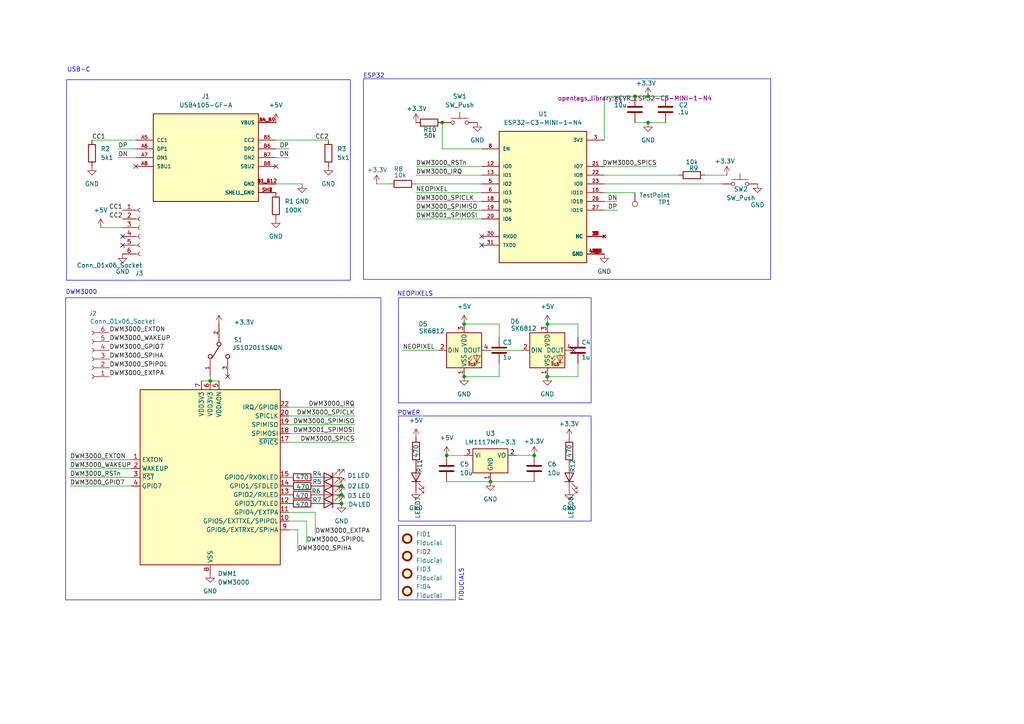
<source format=kicad_sch>
(kicad_sch (version 20231120) (generator "eeschema") (generator_version "8.0")
  (paper "A4")
  (title_block (title "Opentags Hardware Dev Module") (date "2024-04-04") (rev "1.1") (company "Opentags") (comment 1 "Ben Stirling"))
  (lib_symbols
    (symbol "Connector:Conn_01x06_Socket" (pin_names (offset 1.016) hide)
      (property "Reference" "J" (at 0 7.62 0))
      (property "Value" "Conn_01x06_Socket" (at 0 -10.16 0))
      (symbol "Conn_01x06_Socket_1_1"
        (arc (start 0 -7.112) (mid -0.5058 -7.62) (end 0 -8.128) (stroke (width 0.1524)))
        (arc (start 0 -4.572) (mid -0.5058 -5.08) (end 0 -5.588) (stroke (width 0.1524)))
        (arc (start 0 -2.032) (mid -0.5058 -2.54) (end 0 -3.048) (stroke (width 0.1524)))
        (polyline (pts (xy -1.27 -7.62) (xy -0.508 -7.62)) (stroke (width 0.1524)))
        (polyline (pts (xy -1.27 -5.08) (xy -0.508 -5.08)) (stroke (width 0.1524)))
        (polyline (pts (xy -1.27 -2.54) (xy -0.508 -2.54)) (stroke (width 0.1524)))
        (polyline (pts (xy -1.27 0) (xy -0.508 0)) (stroke (width 0.1524)))
        (polyline (pts (xy -1.27 2.54) (xy -0.508 2.54)) (stroke (width 0.1524)))
        (polyline (pts (xy -1.27 5.08) (xy -0.508 5.08)) (stroke (width 0.1524)))
        (arc (start 0 0.508) (mid -0.5058 0) (end 0 -0.508) (stroke (width 0.1524)))
        (arc (start 0 3.048) (mid -0.5058 2.54) (end 0 2.032) (stroke (width 0.1524)))
        (arc (start 0 5.588) (mid -0.5058 5.08) (end 0 4.572) (stroke (width 0.1524)))
        (pin passive line (at -5.08 5.08 0) (length 3.81) (name "Pin_1") (number "1"))
        (pin passive line (at -5.08 2.54 0) (length 3.81) (name "Pin_2") (number "2"))
        (pin passive line (at -5.08 0 0) (length 3.81) (name "Pin_3") (number "3"))
        (pin passive line (at -5.08 -2.54 0) (length 3.81) (name "Pin_4") (number "4"))
        (pin passive line (at -5.08 -5.08 0) (length 3.81) (name "Pin_5") (number "5"))
        (pin passive line (at -5.08 -7.62 0) (length 3.81) (name "Pin_6") (number "6"))
      )
    )
    (symbol "Connector:TestPoint" (pin_numbers hide) (pin_names (offset 0.762) hide)
      (property "Reference" "TP" (at 0 6.858 0))
      (property "Value" "TestPoint" (at 0 5.08 0))
      (symbol "TestPoint_0_1"
        (circle (center 0 3.302) (radius 0.762))
      )
      (symbol "TestPoint_1_1"
        (pin passive line (at 0 0 90) (length 2.54) (name "1") (number "1"))
      )
    )
    (symbol "Device:C" (pin_numbers hide) (pin_names (offset 0.254))
      (property "Reference" "C" (at 0.635 2.54 0))
      (property "Value" "C" (at 0.635 -2.54 0))
      (symbol "C_0_1"
        (polyline (pts (xy -2.032 -0.762) (xy 2.032 -0.762)) (stroke (width 0.508)))
        (polyline (pts (xy -2.032 0.762) (xy 2.032 0.762)) (stroke (width 0.508)))
      )
      (symbol "C_1_1"
        (pin passive line (at 0 3.81 270) (length 2.794) (name "~") (number "1"))
        (pin passive line (at 0 -3.81 90) (length 2.794) (name "~") (number "2"))
      )
    )
    (symbol "Device:LED" (pin_numbers hide) (pin_names (offset 1.016) hide)
      (property "Reference" "D" (at 0 2.54 0))
      (property "Value" "LED" (at 0 -2.54 0))
      (symbol "LED_0_1"
        (polyline (pts (xy -1.27 -1.27) (xy -1.27 1.27)) (stroke (width 0.254)))
        (polyline (pts (xy -1.27 0) (xy 1.27 0)))
        (polyline (pts (xy 1.27 -1.27) (xy 1.27 1.27) (xy -1.27 0) (xy 1.27 -1.27)) (stroke (width 0.254)))
        (polyline (pts (xy -3.048 -0.762) (xy -4.572 -2.286) (xy -3.81 -2.286) (xy -4.572 -2.286) (xy -4.572 -1.524)))
        (polyline (pts (xy -1.778 -0.762) (xy -3.302 -2.286) (xy -2.54 -2.286) (xy -3.302 -2.286) (xy -3.302 -1.524)))
      )
      (symbol "LED_1_1"
        (pin passive line (at -3.81 0 0) (length 2.54) (name "K") (number "1"))
        (pin passive line (at 3.81 0 180) (length 2.54) (name "A") (number "2"))
      )
    )
    (symbol "Device:R" (pin_numbers hide) (pin_names (offset 0))
      (property "Reference" "R" (at 2.032 0 90))
      (property "Value" "R" (at 0 0 90))
      (symbol "R_0_1"
        (rectangle (start -1.016 -2.54) (end 1.016 2.54) (stroke (width 0.254)))
      )
      (symbol "R_1_1"
        (pin passive line (at 0 3.81 270) (length 1.27) (name "~") (number "1"))
        (pin passive line (at 0 -3.81 90) (length 1.27) (name "~") (number "2"))
      )
    )
    (symbol "LED:SK6812" (pin_names (offset 0.254))
      (property "Reference" "D" (at 5.08 5.715 0))
      (property "Value" "SK6812" (at 1.27 -5.715 0))
      (symbol "SK6812_0_0"
        (text "RGB" (at 2.286 -4.191 0) (effects (font (size 0.762 0.762))))
      )
      (symbol "SK6812_0_1"
        (polyline (pts (xy 1.27 -3.556) (xy 1.778 -3.556)))
        (polyline (pts (xy 1.27 -2.54) (xy 1.778 -2.54)))
        (polyline (pts (xy 4.699 -3.556) (xy 2.667 -3.556)))
        (polyline (pts (xy 2.286 -2.54) (xy 1.27 -3.556) (xy 1.27 -3.048)))
        (polyline (pts (xy 2.286 -1.524) (xy 1.27 -2.54) (xy 1.27 -2.032)))
        (polyline (pts (xy 3.683 -1.016) (xy 3.683 -3.556) (xy 3.683 -4.064)))
        (polyline (pts (xy 4.699 -1.524) (xy 2.667 -1.524) (xy 3.683 -3.556) (xy 4.699 -1.524)))
        (rectangle (start 5.08 5.08) (end -5.08 -5.08) (stroke (width 0.254)) (fill (type background)))
      )
      (symbol "SK6812_1_1"
        (pin power_in line (at 0 -7.62 90) (length 2.54) (name "VSS") (number "1"))
        (pin input line (at -7.62 0 0) (length 2.54) (name "DIN") (number "2"))
        (pin power_in line (at 0 7.62 270) (length 2.54) (name "VDD") (number "3"))
        (pin output line (at 7.62 0 180) (length 2.54) (name "DOUT") (number "4"))
      )
    )
    (symbol "Mechanical:Fiducial" (exclude_from_sim yes) (in_bom no)
      (property "Reference" "FID" (at 0 5.08 0))
      (property "Value" "Fiducial" (at 0 3.175 0))
      (symbol "Fiducial_0_1"
        (circle (center 0 0) (radius 1.27) (stroke (width 0.508)) (fill (type background)))
      )
    )
    (symbol "RF_Module:DWM3000"
      (property "Reference" "DWM" (at 7.62 25.4 0))
      (property "Value" "DWM3000" (at 1.27 3.81 0))
      (symbol "DWM3000_0_1"
        (rectangle (start -20.32 25.4) (end 20.32 -25.4) (stroke (width 0.254)) (fill (type background)))
      )
      (symbol "DWM3000_1_1"
        (pin output line (at -22.86 5.08 0) (length 2.54) (name "EXTON") (number "1"))
        (pin bidirectional line (at 22.86 -12.7 180) (length 2.54) (name "GPIO5/EXTTXE/SPIPOL") (number "10"))
        (pin bidirectional line (at 22.86 -10.16 180) (length 2.54) (name "GPIO4/EXTPA") (number "11"))
        (pin bidirectional line (at 22.86 -7.62 180) (length 2.54) (name "GPIO3/TXLED") (number "12"))
        (pin bidirectional line (at 22.86 -5.08 180) (length 2.54) (name "GPIO2/RXLED") (number "13"))
        (pin bidirectional line (at 22.86 -2.54 180) (length 2.54) (name "GPIO1/SFDLED") (number "14"))
        (pin bidirectional line (at 22.86 0 180) (length 2.54) (name "GPIO0/RXOKLED") (number "15"))
        (pin passive line (at 0 -27.94 90) (length 2.54) hide (name "VSS") (number "16"))
        (pin input line (at 22.86 10.16 180) (length 2.54) (name "~{SPICS}") (number "17"))
        (pin input line (at 22.86 12.7 180) (length 2.54) (name "SPIMOSI") (number "18"))
        (pin output line (at 22.86 15.24 180) (length 2.54) (name "SPIMISO") (number "19"))
        (pin bidirectional line (at -22.86 2.54 0) (length 2.54) (name "WAKEUP") (number "2"))
        (pin input line (at 22.86 17.78 180) (length 2.54) (name "SPICLK") (number "20"))
        (pin passive line (at 0 -27.94 90) (length 2.54) hide (name "VSS") (number "21"))
        (pin bidirectional line (at 22.86 20.32 180) (length 2.54) (name "IRQ/GPIO8") (number "22"))
        (pin passive line (at 0 -27.94 90) (length 2.54) hide (name "VSS") (number "23"))
        (pin passive line (at 0 -27.94 90) (length 2.54) hide (name "VSS") (number "24"))
        (pin bidirectional line (at -22.86 0 0) (length 2.54) (name "~{RST}") (number "3"))
        (pin bidirectional line (at -22.86 -2.54 0) (length 2.54) (name "GPIO7") (number "4"))
        (pin power_in line (at 2.54 27.94 270) (length 2.54) (name "VDDAON") (number "5"))
        (pin power_in line (at 0 27.94 270) (length 2.54) (name "VDD3V3") (number "6"))
        (pin power_in line (at -2.54 27.94 270) (length 2.54) (name "VDD3V3") (number "7"))
        (pin power_in line (at 0 -27.94 90) (length 2.54) (name "VSS") (number "8"))
        (pin bidirectional line (at 22.86 -15.24 180) (length 2.54) (name "GPIO6/EXTRXE/SPIHA") (number "9"))
      )
    )
    (symbol "Regulator_Linear:LM1117MP-3.3"
      (property "Reference" "U" (at -3.81 3.175 0))
      (property "Value" "LM1117MP-3.3" (at 0 3.175 0))
      (symbol "LM1117MP-3.3_0_1"
        (rectangle (start -5.08 -5.08) (end 5.08 1.905) (stroke (width 0.254)) (fill (type background)))
      )
      (symbol "LM1117MP-3.3_1_1"
        (pin power_in line (at 0 -7.62 90) (length 2.54) (name "GND") (number "1"))
        (pin power_out line (at 7.62 0 180) (length 2.54) (name "VO") (number "2"))
        (pin power_in line (at -7.62 0 0) (length 2.54) (name "VI") (number "3"))
      )
    )
    (symbol "Switch:SW_Push" (pin_numbers hide) (pin_names (offset 1.016) hide)
      (property "Reference" "SW" (at 1.27 2.54 0))
      (property "Value" "SW_Push" (at 0 -1.524 0))
      (symbol "SW_Push_0_1"
        (circle (center -2.032 0) (radius 0.508))
        (polyline (pts (xy 0 1.27) (xy 0 3.048)))
        (polyline (pts (xy 2.54 1.27) (xy -2.54 1.27)))
        (circle (center 2.032 0) (radius 0.508))
        (pin passive line (at -5.08 0 0) (length 2.54) (name "1") (number "1"))
        (pin passive line (at 5.08 0 180) (length 2.54) (name "2") (number "2"))
      )
    )
    (symbol "opentags_library:ESP32-C3-MINI-1-N4" (pin_names (offset 1.016))
      (property "Reference" "U" (at -12.7 18.796 0))
      (property "Value" "ESP32-C3-MINI-1-N4" (at -12.7 -22.86 0))
      (symbol "ESP32-C3-MINI-1-N4_0_0"
        (rectangle (start -12.7 -20.32) (end 12.7 17.78) (stroke (width 0.254)) (fill (type background)))
        (pin power_in line (at 17.78 -17.78 180) (length 5.08) (name "GND") (number "1"))
        (pin no_connect line (at 17.78 -12.7 180) (length 5.08) (name "NC") (number "10"))
        (pin power_in line (at 17.78 -17.78 180) (length 5.08) (name "GND") (number "11"))
        (pin bidirectional line (at -17.78 7.62 0) (length 5.08) (name "IO0") (number "12"))
        (pin bidirectional line (at -17.78 5.08 0) (length 5.08) (name "IO1") (number "13"))
        (pin power_in line (at 17.78 -17.78 180) (length 5.08) (name "GND") (number "14"))
        (pin no_connect line (at 17.78 -12.7 180) (length 5.08) (name "NC") (number "15"))
        (pin bidirectional line (at 17.78 0 180) (length 5.08) (name "IO10") (number "16"))
        (pin no_connect line (at 17.78 -12.7 180) (length 5.08) (name "NC") (number "17"))
        (pin bidirectional line (at -17.78 -2.54 0) (length 5.08) (name "IO4") (number "18"))
        (pin bidirectional line (at -17.78 -5.08 0) (length 5.08) (name "IO5") (number "19"))
        (pin power_in line (at 17.78 -17.78 180) (length 5.08) (name "GND") (number "2"))
        (pin bidirectional line (at -17.78 -7.62 0) (length 5.08) (name "IO6") (number "20"))
        (pin bidirectional line (at 17.78 7.62 180) (length 5.08) (name "IO7") (number "21"))
        (pin bidirectional line (at 17.78 5.08 180) (length 5.08) (name "IO8") (number "22"))
        (pin bidirectional line (at 17.78 2.54 180) (length 5.08) (name "IO9") (number "23"))
        (pin no_connect line (at 17.78 -12.7 180) (length 5.08) (name "NC") (number "24"))
        (pin no_connect line (at 17.78 -12.7 180) (length 5.08) (name "NC") (number "25"))
        (pin bidirectional line (at 17.78 -2.54 180) (length 5.08) (name "IO18") (number "26"))
        (pin bidirectional line (at 17.78 -5.08 180) (length 5.08) (name "IO19") (number "27"))
        (pin no_connect line (at 17.78 -12.7 180) (length 5.08) (name "NC") (number "28"))
        (pin no_connect line (at 17.78 -12.7 180) (length 5.08) (name "NC") (number "29"))
        (pin power_in line (at 17.78 15.24 180) (length 5.08) (name "3V3") (number "3"))
        (pin bidirectional line (at -17.78 -12.7 0) (length 5.08) (name "RXD0") (number "30"))
        (pin bidirectional line (at -17.78 -15.24 0) (length 5.08) (name "TXD0") (number "31"))
        (pin no_connect line (at 17.78 -12.7 180) (length 5.08) (name "NC") (number "32"))
        (pin no_connect line (at 17.78 -12.7 180) (length 5.08) (name "NC") (number "33"))
        (pin no_connect line (at 17.78 -12.7 180) (length 5.08) (name "NC") (number "34"))
        (pin no_connect line (at 17.78 -12.7 180) (length 5.08) (name "NC") (number "35"))
        (pin power_in line (at 17.78 -17.78 180) (length 5.08) (name "GND") (number "36"))
        (pin power_in line (at 17.78 -17.78 180) (length 5.08) (name "GND") (number "37"))
        (pin power_in line (at 17.78 -17.78 180) (length 5.08) (name "GND") (number "38"))
        (pin power_in line (at 17.78 -17.78 180) (length 5.08) (name "GND") (number "39"))
        (pin no_connect line (at 17.78 -12.7 180) (length 5.08) (name "NC") (number "4"))
        (pin power_in line (at 17.78 -17.78 180) (length 5.08) (name "GND") (number "40"))
        (pin power_in line (at 17.78 -17.78 180) (length 5.08) (name "GND") (number "41"))
        (pin power_in line (at 17.78 -17.78 180) (length 5.08) (name "GND") (number "42"))
        (pin power_in line (at 17.78 -17.78 180) (length 5.08) (name "GND") (number "43"))
        (pin power_in line (at 17.78 -17.78 180) (length 5.08) (name "GND") (number "44"))
        (pin power_in line (at 17.78 -17.78 180) (length 5.08) (name "GND") (number "45"))
        (pin power_in line (at 17.78 -17.78 180) (length 5.08) (name "GND") (number "46"))
        (pin power_in line (at 17.78 -17.78 180) (length 5.08) (name "GND") (number "47"))
        (pin power_in line (at 17.78 -17.78 180) (length 5.08) (name "GND") (number "48"))
        (pin power_in line (at 17.78 -17.78 180) (length 5.08) (name "GND") (number "49_1"))
        (pin power_in line (at 17.78 -17.78 180) (length 5.08) (name "GND") (number "49_2"))
        (pin power_in line (at 17.78 -17.78 180) (length 5.08) (name "GND") (number "49_3"))
        (pin power_in line (at 17.78 -17.78 180) (length 5.08) (name "GND") (number "49_4"))
        (pin power_in line (at 17.78 -17.78 180) (length 5.08) (name "GND") (number "49_5"))
        (pin power_in line (at 17.78 -17.78 180) (length 5.08) (name "GND") (number "49_6"))
        (pin power_in line (at 17.78 -17.78 180) (length 5.08) (name "GND") (number "49_7"))
        (pin power_in line (at 17.78 -17.78 180) (length 5.08) (name "GND") (number "49_8"))
        (pin power_in line (at 17.78 -17.78 180) (length 5.08) (name "GND") (number "49_9"))
        (pin bidirectional line (at -17.78 2.54 0) (length 5.08) (name "IO2") (number "5"))
        (pin power_in line (at 17.78 -17.78 180) (length 5.08) (name "GND") (number "50"))
        (pin power_in line (at 17.78 -17.78 180) (length 5.08) (name "GND") (number "51"))
        (pin power_in line (at 17.78 -17.78 180) (length 5.08) (name "GND") (number "52"))
        (pin power_in line (at 17.78 -17.78 180) (length 5.08) (name "GND") (number "53"))
        (pin bidirectional line (at -17.78 0 0) (length 5.08) (name "IO3") (number "6"))
        (pin no_connect line (at 17.78 -12.7 180) (length 5.08) (name "NC") (number "7"))
        (pin input line (at -17.78 12.7 0) (length 5.08) (name "EN") (number "8"))
        (pin no_connect line (at 17.78 -12.7 180) (length 5.08) (name "NC") (number "9"))
      )
    )
    (symbol "opentags_library:JS102011SAQN" (pin_names (offset 1.016))
      (property "Reference" "S" (at -7.6229 5.0819 0))
      (property "Value" "JS102011SAQN" (at -7.6286 -5.0857 0))
      (symbol "JS102011SAQN_0_0"
        (circle (center -1.778 -2.54) (radius 0.568) (stroke (width 0.254)))
        (circle (center -1.778 2.54) (radius 0.568) (stroke (width 0.254)))
        (polyline (pts (xy 1.016 0) (xy -2.286 2.032)) (stroke (width 0.254)))
        (circle (center 1.778 0) (radius 0.568) (stroke (width 0.254)))
        (pin passive line (at -7.62 2.54 0) (length 5.08) (name "~") (number "1"))
        (pin passive line (at 7.62 0 180) (length 5.08) (name "~") (number "2"))
        (pin passive line (at -7.62 -2.54 0) (length 5.08) (name "~") (number "3"))
      )
    )
    (symbol "opentags_library:USB4105-GF-A" (pin_names (offset 1.016))
      (property "Reference" "J" (at -15.24 13.97 0))
      (property "Value" "USB4105-GF-A" (at -15.24 -15.24 0))
      (symbol "USB4105-GF-A_0_0"
        (rectangle (start -15.24 -12.7) (end 15.24 12.7) (stroke (width 0.254)) (fill (type background)))
        (pin power_in line (at 20.32 -7.62 180) (length 5.08) (name "GND") (number "A1_B12"))
        (pin power_in line (at 20.32 10.16 180) (length 5.08) (name "VBUS") (number "A4_B9"))
        (pin bidirectional line (at -20.32 5.08 0) (length 5.08) (name "CC1") (number "A5"))
        (pin bidirectional line (at -20.32 2.54 0) (length 5.08) (name "DP1") (number "A6"))
        (pin bidirectional line (at -20.32 0 0) (length 5.08) (name "DN1") (number "A7"))
        (pin bidirectional line (at -20.32 -2.54 0) (length 5.08) (name "SBU1") (number "A8"))
        (pin power_in line (at 20.32 -7.62 180) (length 5.08) (name "GND") (number "B1_A12"))
        (pin power_in line (at 20.32 10.16 180) (length 5.08) (name "VBUS") (number "B4_A9"))
        (pin bidirectional line (at 20.32 5.08 180) (length 5.08) (name "CC2") (number "B5"))
        (pin bidirectional line (at 20.32 2.54 180) (length 5.08) (name "DP2") (number "B6"))
        (pin bidirectional line (at 20.32 0 180) (length 5.08) (name "DN2") (number "B7"))
        (pin bidirectional line (at 20.32 -2.54 180) (length 5.08) (name "SBU2") (number "B8"))
        (pin power_in line (at 20.32 -10.16 180) (length 5.08) (name "SHELL_GND") (number "SH1"))
        (pin power_in line (at 20.32 -10.16 180) (length 5.08) (name "SHELL_GND") (number "SH2"))
        (pin power_in line (at 20.32 -10.16 180) (length 5.08) (name "SHELL_GND") (number "SH3"))
        (pin power_in line (at 20.32 -10.16 180) (length 5.08) (name "SHELL_GND") (number "SH4"))
      )
    )
    (symbol "power:+3.3V" (power) (pin_numbers hide) (pin_names (offset 0) hide)
      (property "Value" "+3.3V" (at 0 3.556 0))
      (symbol "+3.3V_0_1"
        (polyline (pts (xy -0.762 1.27) (xy 0 2.54)))
        (polyline (pts (xy 0 0) (xy 0 2.54)))
        (polyline (pts (xy 0 2.54) (xy 0.762 1.27)))
      )
      (symbol "+3.3V_1_1"
        (pin power_in line (at 0 0 90) (length 0) (name "~") (number "1"))
      )
    )
    (symbol "power:+5V" (power) (pin_numbers hide) (pin_names (offset 0) hide)
      (property "Value" "+5V" (at 0 3.556 0))
      (symbol "+5V_0_1"
        (polyline (pts (xy -0.762 1.27) (xy 0 2.54)))
        (polyline (pts (xy 0 0) (xy 0 2.54)))
        (polyline (pts (xy 0 2.54) (xy 0.762 1.27)))
      )
      (symbol "+5V_1_1"
        (pin power_in line (at 0 0 90) (length 0) (name "~") (number "1"))
      )
    )
    (symbol "power:GND" (power) (pin_numbers hide) (pin_names (offset 0) hide)
      (property "Value" "GND" (at 0 -3.81 0))
      (symbol "GND_0_1"
        (polyline (pts (xy 0 0) (xy 0 -1.27) (xy 1.27 -1.27) (xy 0 -2.54) (xy -1.27 -1.27) (xy 0 -1.27)))
      )
      (symbol "GND_1_1"
        (pin power_in line (at 0 0 270) (length 0) (name "~") (number "1"))
      )
    )
  )
  (junction (at 129.54 132.08))
  (junction (at 154.94 132.08))
  (junction (at 99.06 140.97))
  (junction (at 158.75 109.22))
  (junction (at 99.06 146.05))
  (junction (at 60.96 110.49))
  (junction (at 134.62 93.98))
  (junction (at 99.06 143.51))
  (junction (at 184.15 27.94))
  (junction (at 158.75 93.98))
  (junction (at 134.62 109.22))
  (junction (at 187.96 35.56))
  (junction (at 128.27 35.56))
  (junction (at 142.24 139.7))
  (junction (at 187.96 27.94))
  (no_connect (at 80.01 48.26))
  (no_connect (at 66.04 109.22))
  (no_connect (at 35.56 71.12))
  (no_connect (at 139.7 71.12))
  (no_connect (at 35.56 68.58))
  (no_connect (at 166.37 101.6))
  (no_connect (at 139.7 68.58))
  (no_connect (at 39.37 48.26))
  (wire (pts (xy 20.32 135.89) (xy 38.1 135.89)))
  (wire (pts (xy 179.07 60.96) (xy 175.26 60.96)))
  (wire (pts (xy 142.24 139.7) (xy 154.94 139.7)))
  (wire (pts (xy 167.64 109.22) (xy 158.75 109.22)))
  (wire (pts (xy 144.78 93.98) (xy 134.62 93.98)))
  (wire (pts (xy 129.54 132.08) (xy 134.62 132.08)))
  (wire (pts (xy 175.26 27.94) (xy 175.26 40.64)))
  (wire (pts (xy 91.44 148.59) (xy 83.82 148.59)))
  (wire (pts (xy 116.84 101.6) (xy 127 101.6)))
  (wire (pts (xy 151.13 101.6) (xy 142.24 101.6)))
  (wire (pts (xy 60.96 109.22) (xy 60.96 110.49)))
  (wire (pts (xy 83.82 123.19) (xy 102.87 123.19)))
  (wire (pts (xy 167.64 97.79) (xy 167.64 93.98)))
  (wire (pts (xy 184.15 27.94) (xy 187.96 27.94)))
  (wire (pts (xy 83.82 128.27) (xy 102.87 128.27)))
  (wire (pts (xy 20.32 140.97) (xy 38.1 140.97)))
  (wire (pts (xy 120.65 48.26) (xy 139.7 48.26)))
  (wire (pts (xy 102.87 118.11) (xy 83.82 118.11)))
  (wire (pts (xy 129.54 139.7) (xy 142.24 139.7)))
  (wire (pts (xy 120.65 60.96) (xy 139.7 60.96)))
  (wire (pts (xy 187.96 27.94) (xy 193.04 27.94)))
  (wire (pts (xy 99.06 140.97) (xy 99.06 143.51)))
  (wire (pts (xy 144.78 109.22) (xy 134.62 109.22)))
  (wire (pts (xy 86.36 160.02) (xy 86.36 153.67)))
  (wire (pts (xy 149.86 132.08) (xy 154.94 132.08)))
  (wire (pts (xy 179.07 58.42) (xy 175.26 58.42)))
  (wire (pts (xy 175.26 50.8) (xy 196.85 50.8)))
  (wire (pts (xy 120.65 55.88) (xy 139.7 55.88)))
  (wire (pts (xy 109.22 53.34) (xy 113.03 53.34)))
  (wire (pts (xy 184.15 35.56) (xy 187.96 35.56)))
  (wire (pts (xy 29.21 66.04) (xy 35.56 66.04)))
  (wire (pts (xy 88.9 157.48) (xy 88.9 151.13)))
  (wire (pts (xy 58.42 110.49) (xy 60.96 110.49)))
  (wire (pts (xy 120.65 63.5) (xy 139.7 63.5)))
  (wire (pts (xy 91.44 154.94) (xy 91.44 148.59)))
  (wire (pts (xy 83.82 45.72) (xy 80.01 45.72)))
  (wire (pts (xy 20.32 133.35) (xy 38.1 133.35)))
  (wire (pts (xy 144.78 105.41) (xy 144.78 109.22)))
  (wire (pts (xy 20.32 138.43) (xy 38.1 138.43)))
  (wire (pts (xy 128.27 35.56) (xy 128.27 43.18)))
  (wire (pts (xy 175.26 53.34) (xy 209.55 53.34)))
  (wire (pts (xy 99.06 143.51) (xy 99.06 146.05)))
  (wire (pts (xy 83.82 43.18) (xy 80.01 43.18)))
  (wire (pts (xy 167.64 93.98) (xy 158.75 93.98)))
  (wire (pts (xy 80.01 40.64) (xy 95.25 40.64)))
  (wire (pts (xy 139.7 43.18) (xy 128.27 43.18)))
  (wire (pts (xy 120.65 50.8) (xy 139.7 50.8)))
  (wire (pts (xy 120.65 53.34) (xy 139.7 53.34)))
  (wire (pts (xy 88.9 151.13) (xy 83.82 151.13)))
  (wire (pts (xy 190.5 48.26) (xy 175.26 48.26)))
  (wire (pts (xy 175.26 27.94) (xy 184.15 27.94)))
  (wire (pts (xy 86.36 153.67) (xy 83.82 153.67)))
  (wire (pts (xy 120.65 58.42) (xy 139.7 58.42)))
  (wire (pts (xy 187.96 35.56) (xy 193.04 35.56)))
  (wire (pts (xy 34.29 45.72) (xy 39.37 45.72)))
  (wire (pts (xy 26.67 40.64) (xy 39.37 40.64)))
  (wire (pts (xy 144.78 97.79) (xy 144.78 93.98)))
  (wire (pts (xy 167.64 105.41) (xy 167.64 109.22)))
  (wire (pts (xy 102.87 125.73) (xy 83.82 125.73)))
  (wire (pts (xy 87.63 53.34) (xy 80.01 53.34)))
  (wire (pts (xy 34.29 43.18) (xy 39.37 43.18)))
  (wire (pts (xy 184.15 55.88) (xy 175.26 55.88)))
  (wire (pts (xy 210.82 50.8) (xy 204.47 50.8)))
  (wire (pts (xy 60.96 110.49) (xy 63.5 110.49)))
  (wire (pts (xy 99.06 138.43) (xy 99.06 140.97)))
  (wire (pts (xy 83.82 120.65) (xy 102.87 120.65)))
  (rectangle (start 115.57 152.4) (end 132.08 173.99))
  (rectangle (start 19.05 86.36) (end 110.49 173.99))
  (rectangle (start 115.57 86.36) (end 171.45 116.84))
  (rectangle (start 105.41 22.86) (end 223.52 81.026))
  (rectangle (start 19.304 23.114) (end 101.6 81.28))
  (rectangle (start 115.57 120.65) (end 171.45 151.13))
  (text "ESP32\n" (at 108.458 22.098 0) (effects (font (size 1.27 1.27))))
  (text "DWM3000\n" (at 23.622 84.836 0) (effects (font (size 1.27 1.27))))
  (text "FIDUCIALS\n" (at 133.858 169.672 90) (effects (font (size 1.27 1.27))))
  (text "NEOPIXELS\n" (at 120.396 85.344 0) (effects (font (size 1.27 1.27))))
  (text "POWER\n" (at 118.618 119.888 0) (effects (font (size 1.27 1.27))))
  (text "USB-C\n" (at 22.86 20.32 0) (effects (font (size 1.27 1.27))))
  (label "DWM3000_RSTn" (at 120.65 48.26 0))
  (label "DN" (at 34.29 45.72 0))
  (label "DWM3000_GPIO7" (at 20.32 140.97 0))
  (label "DWM3000_SPIMISO" (at 120.65 60.96 0))
  (label "DWM3000_SPICLK" (at 102.87 120.65 180))
  (label "DWM3000_EXTON" (at 31.75 96.52 0))
  (label "CC2" (at 91.44 40.64 0))
  (label "DWM3000_IRQ" (at 102.87 118.11 180))
  (label "DWM3000_SPIHA" (at 86.36 160.02 0))
  (label "DP" (at 83.82 43.18 180))
  (label "DWM3000_GPIO7" (at 31.75 101.6 0))
  (label "DN" (at 83.82 45.72 180))
  (label "DWM3000_SPICLK" (at 120.65 58.42 0))
  (label "DWM3000_IRQ" (at 120.65 50.8 0))
  (label "DWM3001_SPIMOSI" (at 120.65 63.5 0))
  (label "DWM3000_SPICS" (at 190.5 48.26 180))
  (label "NEOPIXEL" (at 116.84 101.6 0))
  (label "DWM3000_SPIPOL" (at 88.9 157.48 0))
  (label "CC2" (at 35.56 63.5 180))
  (label "DWM3000_SPICS" (at 102.87 128.27 180))
  (label "DWM3000_SPIMISO" (at 102.87 123.19 180))
  (label "NEOPIXEL" (at 120.65 55.88 0))
  (label "DWM3000_WAKEUP" (at 20.32 135.89 0))
  (label "CC1" (at 35.56 60.96 180))
  (label "DP" (at 34.29 43.18 0))
  (label "DWM3000_EXTON" (at 20.32 133.35 0))
  (label "DWM3000_SPIHA" (at 31.75 104.14 0))
  (label "DWM3001_SPIMOSI" (at 102.87 125.73 180))
  (label "DWM3000_EXTPA" (at 31.75 109.22 0))
  (label "DWM3000_RSTn" (at 20.32 138.43 0))
  (label "DWM3000_WAKEUP" (at 31.75 99.06 0))
  (label "DWM3000_SPIPOL" (at 31.75 106.68 0))
  (label "DWM3000_EXTPA" (at 91.44 154.94 0))
  (label "CC1" (at 26.67 40.64 0))
  (label "DP" (at 179.07 60.96 180))
  (label "DN" (at 179.07 58.42 180))
  (symbol (lib_id "power:+3.3V") (at 120.65 35.56 0) (unit 1)
    (property "Reference" "#PWR014" (effects (hide yes)))
    (property "Value" "+3.3V" (at 117.856 31.496 0) (effects (justify left)))
    (property "Description" "Power symbol creates a global label with name \"+3.3V\"" (effects (hide yes)))
  )
  (symbol (lib_id "Device:R") (at 116.84 53.34 90) (unit 1)
    (property "Reference" "R8" (at 115.57 49.022 90))
    (property "Value" "10k" (at 116.078 50.8 90))
    (property "Footprint" "Resistor_SMD:R_0603_1608Metric" (effects (hide yes)))
    (property "Description" "Resistor" (effects (hide yes)))
  )
  (symbol (lib_id "Device:R") (at 95.25 44.45 0) (unit 1)
    (property "Reference" "R3" (at 97.79 43.1799 0) (effects (justify left)))
    (property "Value" "5k1" (at 97.79 45.7199 0) (effects (justify left)))
    (property "Footprint" "Resistor_SMD:R_0603_1608Metric" (effects (hide yes)))
    (property "Description" "Resistor" (effects (hide yes)))
  )
  (symbol (lib_id "Device:LED") (at 95.25 140.97 180) (unit 1)
    (property "Reference" "D2" (at 102.108 140.97 0))
    (property "Value" "LED" (at 105.41 140.97 0))
    (property "Footprint" "LED_SMD:LED_0603_1608Metric" (effects (hide yes)))
    (property "Description" "Light emitting diode" (effects (hide yes)))
  )
  (symbol (lib_id "Device:LED") (at 120.65 138.43 90) (unit 1)
    (property "Reference" "D7" (at 121.158 145.288 0))
    (property "Value" "LED" (at 121.158 148.59 0))
    (property "Footprint" "LED_SMD:LED_0603_1608Metric" (effects (hide yes)))
    (property "Description" "Light emitting diode" (effects (hide yes)))
  )
  (symbol (lib_id "Device:R") (at 165.1 130.81 0) (unit 1)
    (property "Reference" "R12" (at 166.116 135.128 90))
    (property "Value" "470" (at 165.1 130.81 90))
    (property "Footprint" "Resistor_SMD:R_0603_1608Metric" (effects (hide yes)))
    (property "Description" "Resistor" (effects (hide yes)))
  )
  (symbol (lib_id "power:+3.3V") (at 210.82 50.8 0) (unit 1)
    (property "Reference" "#PWR013" (effects (hide yes)))
    (property "Value" "+3.3V" (at 207.264 46.736 0) (effects (justify left)))
    (property "Description" "Power symbol creates a global label with name \"+3.3V\"" (effects (hide yes)))
  )
  (symbol (lib_id "Mechanical:Fiducial") (at 118.11 166.37 0) (unit 1) (exclude_from_sim yes) (in_bom no)
    (property "Reference" "FID3" (at 120.65 165.0999 0) (effects (justify left)))
    (property "Value" "Fiducial" (at 120.65 167.6399 0) (effects (justify left)))
    (property "Footprint" "Fiducial:Fiducial_1mm_Mask2mm" (effects (hide yes)))
    (property "Description" "Fiducial Marker" (effects (hide yes)))
  )
  (symbol (lib_id "opentags_library:USB4105-GF-A") (at 59.69 45.72 0) (unit 1)
    (property "Reference" "J1" (at 59.69 27.94 0))
    (property "Value" "USB4105-GF-A" (at 59.69 30.48 0))
    (property "Footprint" "opentags_library:GCT_USB4105-GF-A" (effects (hide yes)))
    (property "MF" "GCT" (effects (hide yes)))
    (property "MAXIMUM_PACKAGE_HEIGHT" "3.31mm" (effects (hide yes)))
    (property "Package" "None" (effects (hide yes)))
    (property "Price" "None" (effects (hide yes)))
    (property "Check_prices" "https://www.snapeda.com/parts/USB4105-GF-A/Global+Connector+Technology/view-part/?ref=eda" (effects (hide yes)))
    (property "STANDARD" "Manufacturer Recommendations" (effects (hide yes)))
    (property "PARTREV" "B3" (effects (hide yes)))
    (property "SnapEDA_Link" "https://www.snapeda.com/parts/USB4105-GF-A/Global+Connector+Technology/view-part/?ref=snap" (effects (hide yes)))
    (property "MP" "USB4105-GF-A" (effects (hide yes)))
    (property "Purchase-URL" "https://www.snapeda.com/api/url_track_click_mouser/?unipart_id=4423780&manufacturer=GCT&part_name=USB4105-GF-A&search_term=None" (effects (hide yes)))
    (property "Description_1" "\nUSB-C (USB TYPE-C) USB 2.0 Receptacle Connector 24 (16+8 Dummy) Position Surface Mount, Right Angle; Through Hole\n" (effects (hide yes)))
    (property "Availability" "In Stock" (effects (hide yes)))
    (property "MANUFACTURER" "Global Connector Technology" (effects (hide yes)))
  )
  (symbol (lib_id "power:GND") (at 142.24 139.7 0) (unit 1)
    (property "Reference" "#PWR021" (effects (hide yes)))
    (property "Value" "GND" (at 142.24 144.78 0))
    (property "Description" "Power symbol creates a global label with name \"GND\" , ground" (effects (hide yes)))
  )
  (symbol (lib_id "power:+3.3V") (at 154.94 132.08 0) (unit 1)
    (property "Reference" "#PWR023" (effects (hide yes)))
    (property "Value" "+3.3V" (at 151.892 128.016 0) (effects (justify left)))
    (property "Description" "Power symbol creates a global label with name \"+3.3V\"" (effects (hide yes)))
  )
  (symbol (lib_id "Device:LED") (at 165.1 138.43 90) (unit 1)
    (property "Reference" "D8" (at 165.608 145.288 0))
    (property "Value" "LED" (at 165.608 148.59 0))
    (property "Footprint" "LED_SMD:LED_0603_1608Metric" (effects (hide yes)))
    (property "Description" "Light emitting diode" (effects (hide yes)))
  )
  (symbol (lib_id "power:GND") (at 95.25 48.26 0) (unit 1)
    (property "Reference" "#PWR04" (effects (hide yes)))
    (property "Value" "GND" (at 95.25 53.34 0))
    (property "Description" "Power symbol creates a global label with name \"GND\" , ground" (effects (hide yes)))
  )
  (symbol (lib_id "RF_Module:DWM3000") (at 60.96 138.43 0) (unit 1)
    (property "Reference" "DWM1" (at 63.1541 166.37 0) (effects (justify left)))
    (property "Value" "DWM3000" (at 63.1541 168.91 0) (effects (justify left)))
    (property "Footprint" "RF_Module:DWM1000" (effects (hide yes)))
    (property "Datasheet" "https://www.qorvo.com/products/d/da008334" (effects (hide yes)))
    (property "Description" "Ultra wide band RF module With ranging location capabilities" (effects (hide yes)))
  )
  (symbol (lib_id "power:GND") (at 87.63 53.34 0) (unit 1)
    (property "Reference" "#PWR02" (effects (hide yes)))
    (property "Value" "GND" (at 87.63 58.42 0))
    (property "Description" "Power symbol creates a global label with name \"GND\" , ground" (effects (hide yes)))
  )
  (symbol (lib_id "Device:C") (at 129.54 135.89 0) (unit 1)
    (property "Reference" "C5" (at 133.35 134.6199 0) (effects (justify left)))
    (property "Value" "10u" (at 133.35 137.1599 0) (effects (justify left)))
    (property "Footprint" "Capacitor_SMD:C_0603_1608Metric" (effects (hide yes)))
    (property "Description" "Unpolarized capacitor" (effects (hide yes)))
  )
  (symbol (lib_id "power:GND") (at 26.67 48.26 0) (unit 1)
    (property "Reference" "#PWR03" (effects (hide yes)))
    (property "Value" "GND" (at 26.67 53.34 0))
    (property "Description" "Power symbol creates a global label with name \"GND\" , ground" (effects (hide yes)))
  )
  (symbol (lib_id "Device:R") (at 124.46 35.56 90) (unit 1)
    (property "Reference" "R10" (at 124.714 37.592 90))
    (property "Value" "50k" (at 124.714 39.37 90))
    (property "Footprint" "Resistor_SMD:R_0603_1608Metric" (effects (hide yes)))
    (property "Description" "Resistor" (effects (hide yes)))
  )
  (symbol (lib_id "Device:R") (at 87.63 143.51 90) (unit 1)
    (property "Reference" "R6" (at 91.694 142.494 90))
    (property "Value" "470" (at 87.63 143.764 90))
    (property "Footprint" "Resistor_SMD:R_0603_1608Metric" (effects (hide yes)))
    (property "Description" "Resistor" (effects (hide yes)))
  )
  (symbol (lib_id "power:+5V") (at 134.62 93.98 0) (unit 1)
    (property "Reference" "#PWR019" (effects (hide yes)))
    (property "Value" "+5V" (at 134.62 88.9 0))
    (property "Description" "Power symbol creates a global label with name \"+5V\"" (effects (hide yes)))
  )
  (symbol (lib_id "Device:C") (at 154.94 135.89 0) (unit 1)
    (property "Reference" "C6" (at 158.75 134.6199 0) (effects (justify left)))
    (property "Value" "10u" (at 158.75 137.1599 0) (effects (justify left)))
    (property "Footprint" "Capacitor_SMD:C_0603_1608Metric" (effects (hide yes)))
    (property "Description" "Unpolarized capacitor" (effects (hide yes)))
  )
  (symbol (lib_id "Switch:SW_Push") (at 214.63 53.34 0) (unit 1)
    (property "Reference" "SW2" (at 214.884 54.864 0))
    (property "Value" "SW_Push" (at 214.884 57.404 0))
    (property "Footprint" "Button_Switch_SMD:SW_SPST_PTS810" (effects (hide yes)))
    (property "Description" "Push button switch, generic, two pins" (effects (hide yes)))
  )
  (symbol (lib_id "Device:LED") (at 95.25 138.43 180) (unit 1)
    (property "Reference" "D1" (at 102.108 137.922 0))
    (property "Value" "LED" (at 105.41 137.922 0))
    (property "Footprint" "LED_SMD:LED_0603_1608Metric" (effects (hide yes)))
    (property "Description" "Light emitting diode" (effects (hide yes)))
  )
  (symbol (lib_id "Device:R") (at 87.63 138.43 90) (unit 1)
    (property "Reference" "R4" (at 91.948 137.414 90))
    (property "Value" "470" (at 87.63 138.43 90))
    (property "Footprint" "Resistor_SMD:R_0603_1608Metric" (effects (hide yes)))
    (property "Description" "Resistor" (effects (hide yes)))
  )
  (symbol (lib_id "Mechanical:Fiducial") (at 118.11 161.29 0) (unit 1) (exclude_from_sim yes) (in_bom no)
    (property "Reference" "FID2" (at 120.65 160.0199 0) (effects (justify left)))
    (property "Value" "Fiducial" (at 120.65 162.5599 0) (effects (justify left)))
    (property "Footprint" "Fiducial:Fiducial_1mm_Mask2mm" (effects (hide yes)))
    (property "Description" "Fiducial Marker" (effects (hide yes)))
  )
  (symbol (lib_id "Device:R") (at 80.01 59.69 0) (unit 1)
    (property "Reference" "R1" (at 82.55 58.4199 0) (effects (justify left)))
    (property "Value" "100K" (at 82.55 60.9599 0) (effects (justify left)))
    (property "Footprint" "Resistor_SMD:R_0603_1608Metric" (effects (hide yes)))
    (property "Description" "Resistor" (effects (hide yes)))
  )
  (symbol (lib_id "Device:R") (at 200.66 50.8 270) (unit 1)
    (property "Reference" "R9" (at 201.168 48.768 90))
    (property "Value" "10k" (at 200.66 46.99 90))
    (property "Footprint" "Resistor_SMD:R_0603_1608Metric" (effects (hide yes)))
    (property "Description" "Resistor" (effects (hide yes)))
  )
  (symbol (lib_id "LED:SK6812") (at 134.62 101.6 0) (unit 1)
    (property "Reference" "D5" (at 122.682 93.98 0))
    (property "Value" "SK6812" (at 125.222 96.012 0))
    (property "Footprint" "LED_SMD:LED_SK6812_PLCC4_5.0x5.0mm_P3.2mm" (effects (hide yes)))
    (property "Datasheet" "https://cdn-shop.adafruit.com/product-files/1138/SK6812+LED+datasheet+.pdf" (effects (hide yes)))
    (property "Description" "RGB LED with integrated controller" (effects (hide yes)))
  )
  (symbol (lib_id "Connector:Conn_01x06_Socket") (at 26.67 104.14 180) (unit 1)
    (property "Reference" "J2" (at 26.924 90.932 0))
    (property "Value" "Conn_01x06_Socket" (at 35.56 93.218 0))
    (property "Footprint" "Connector_PinHeader_1.00mm:PinHeader_1x06_P1.00mm_Vertical" (effects (hide yes)))
    (property "Description" "Generic connector, single row, 01x06, script generated" (effects (hide yes)))
  )
  (symbol (lib_id "Regulator_Linear:LM1117MP-3.3") (at 142.24 132.08 0) (unit 1)
    (property "Reference" "U3" (at 142.24 125.73 0))
    (property "Value" "LM1117MP-3.3" (at 142.24 128.27 0))
    (property "Footprint" "Package_TO_SOT_SMD:SOT-223-3_TabPin2" (effects (hide yes)))
    (property "Datasheet" "http://www.ti.com/lit/ds/symlink/lm1117.pdf" (effects (hide yes)))
    (property "Description" "800mA Low-Dropout Linear Regulator, 3.3V fixed output, SOT-223" (effects (hide yes)))
  )
  (symbol (lib_id "power:+5V") (at 29.21 66.04 0) (unit 1)
    (property "Reference" "#PWR024" (effects (hide yes)))
    (property "Value" "+5V" (at 29.21 60.96 0))
    (property "Description" "Power symbol creates a global label with name \"+5V\"" (effects (hide yes)))
  )
  (symbol (lib_id "power:+3.3V") (at 187.96 27.94 0) (unit 1)
    (property "Reference" "#PWR010" (effects (hide yes)))
    (property "Value" "+3.3V" (at 184.404 24.13 0) (effects (justify left)))
    (property "Description" "Power symbol creates a global label with name \"+3.3V\"" (effects (hide yes)))
  )
  (symbol (lib_id "power:+5V") (at 80.01 35.56 0) (unit 1)
    (property "Reference" "#PWR05" (effects (hide yes)))
    (property "Value" "+5V" (at 80.01 30.48 0))
    (property "Description" "Power symbol creates a global label with name \"+5V\"" (effects (hide yes)))
  )
  (symbol (lib_id "power:GND") (at 60.96 166.37 0) (unit 1)
    (property "Reference" "#PWR07" (effects (hide yes)))
    (property "Value" "GND" (at 60.96 171.45 0))
    (property "Description" "Power symbol creates a global label with name \"GND\" , ground" (effects (hide yes)))
  )
  (symbol (lib_id "power:GND") (at 175.26 73.66 0) (unit 1)
    (property "Reference" "#PWR09" (effects (hide yes)))
    (property "Value" "GND" (at 175.26 78.74 0))
    (property "Description" "Power symbol creates a global label with name \"GND\" , ground" (effects (hide yes)))
  )
  (symbol (lib_id "Device:R") (at 87.63 140.97 90) (unit 1)
    (property "Reference" "R5" (at 91.948 139.7 90))
    (property "Value" "470" (at 87.884 141.224 90))
    (property "Footprint" "Resistor_SMD:R_0603_1608Metric" (effects (hide yes)))
    (property "Description" "Resistor" (effects (hide yes)))
  )
  (symbol (lib_id "power:GND") (at 35.56 73.66 0) (unit 1)
    (property "Reference" "#PWR025" (effects (hide yes)))
    (property "Value" "GND" (at 35.56 78.74 0))
    (property "Description" "Power symbol creates a global label with name \"GND\" , ground" (effects (hide yes)))
  )
  (symbol (lib_id "Mechanical:Fiducial") (at 118.11 156.21 0) (unit 1) (exclude_from_sim yes) (in_bom no)
    (property "Reference" "FID1" (at 120.65 154.9399 0) (effects (justify left)))
    (property "Value" "Fiducial" (at 120.65 157.4799 0) (effects (justify left)))
    (property "Footprint" "Fiducial:Fiducial_1mm_Mask2mm" (effects (hide yes)))
    (property "Description" "Fiducial Marker" (effects (hide yes)))
  )
  (symbol (lib_id "power:+5V") (at 120.65 127 0) (unit 1)
    (property "Reference" "#PWR026" (effects (hide yes)))
    (property "Value" "+5V" (at 120.65 121.92 0))
    (property "Description" "Power symbol creates a global label with name \"+5V\"" (effects (hide yes)))
  )
  (symbol (lib_id "Device:R") (at 87.63 146.05 90) (unit 1)
    (property "Reference" "R7" (at 91.948 145.034 90))
    (property "Value" "470" (at 87.63 146.304 90))
    (property "Footprint" "Resistor_SMD:R_0603_1608Metric" (effects (hide yes)))
    (property "Description" "Resistor" (effects (hide yes)))
  )
  (symbol (lib_id "power:GND") (at 138.43 35.56 0) (unit 1)
    (property "Reference" "#PWR015" (effects (hide yes)))
    (property "Value" "GND" (at 138.43 40.64 0))
    (property "Description" "Power symbol creates a global label with name \"GND\" , ground" (effects (hide yes)))
  )
  (symbol (lib_id "power:GND") (at 187.96 35.56 0) (unit 1)
    (property "Reference" "#PWR011" (effects (hide yes)))
    (property "Value" "GND" (at 187.96 40.64 0))
    (property "Description" "Power symbol creates a global label with name \"GND\" , ground" (effects (hide yes)))
  )
  (symbol (lib_id "Device:C") (at 167.64 101.6 180) (unit 1)
    (property "Reference" "C4" (at 168.656 99.314 0) (effects (justify right)))
    (property "Value" "1u" (at 168.656 103.632 0) (effects (justify right)))
    (property "Footprint" "Capacitor_SMD:C_0603_1608Metric" (effects (hide yes)))
    (property "Description" "Unpolarized capacitor" (effects (hide yes)))
  )
  (symbol (lib_id "Switch:SW_Push") (at 133.35 35.56 0) (unit 1)
    (property "Reference" "SW1" (at 133.35 27.94 0))
    (property "Value" "SW_Push" (at 133.35 30.48 0))
    (property "Footprint" "Button_Switch_SMD:SW_SPST_PTS810" (effects (hide yes)))
    (property "Description" "Push button switch, generic, two pins" (effects (hide yes)))
  )
  (symbol (lib_id "power:GND") (at 134.62 109.22 0) (unit 1)
    (property "Reference" "#PWR017" (effects (hide yes)))
    (property "Value" "GND" (at 134.62 114.3 0))
    (property "Description" "Power symbol creates a global label with name \"GND\" , ground" (effects (hide yes)))
  )
  (symbol (lib_id "opentags_library:ESP32-C3-MINI-1-N4") (at 157.48 55.88 0) (unit 1)
    (property "Reference" "U1" (at 157.48 33.02 0))
    (property "Value" "ESP32-C3-MINI-1-N4" (at 157.48 35.56 0))
    (property "Footprint" "opentags_library:XCVR_ESP32-C3-MINI-1-N4" (at 184.15 29.21 0) (effects (justify bottom)))
    (property "MANUFACTURER" "Espressif Systems" (effects (hide yes)))
    (property "MAXIMUM_PACKAGE_HEIGHT" "2.55mm" (effects (hide yes)))
    (property "PARTREV" "v1.0" (effects (hide yes)))
    (property "STANDARD" "Manufacturer Recommendations" (effects (hide yes)))
  )
  (symbol (lib_id "power:+3.3V") (at 109.22 53.34 0) (unit 1)
    (property "Reference" "#PWR012" (effects (hide yes)))
    (property "Value" "+3.3V" (at 106.426 49.276 0) (effects (justify left)))
    (property "Description" "Power symbol creates a global label with name \"+3.3V\"" (effects (hide yes)))
  )
  (symbol (lib_id "power:GND") (at 99.06 146.05 0) (unit 1)
    (property "Reference" "#PWR08" (effects (hide yes)))
    (property "Value" "GND" (at 99.06 151.13 0))
    (property "Description" "Power symbol creates a global label with name \"GND\" , ground" (effects (hide yes)))
  )
  (symbol (lib_id "power:GND") (at 219.71 53.34 0) (unit 1)
    (property "Reference" "#PWR016" (effects (hide yes)))
    (property "Value" "GND" (at 219.71 59.436 0))
    (property "Description" "Power symbol creates a global label with name \"GND\" , ground" (effects (hide yes)))
  )
  (symbol (lib_id "power:GND") (at 165.1 142.24 0) (unit 1)
    (property "Reference" "#PWR029" (effects (hide yes)))
    (property "Value" "GND" (at 165.1 147.32 0))
    (property "Description" "Power symbol creates a global label with name \"GND\" , ground" (effects (hide yes)))
  )
  (symbol (lib_id "Device:R") (at 26.67 44.45 0) (unit 1)
    (property "Reference" "R2" (at 29.21 43.1799 0) (effects (justify left)))
    (property "Value" "5k1" (at 29.21 45.7199 0) (effects (justify left)))
    (property "Footprint" "Resistor_SMD:R_0603_1608Metric" (effects (hide yes)))
    (property "Description" "Resistor" (effects (hide yes)))
  )
  (symbol (lib_id "Device:LED") (at 95.25 146.05 180) (unit 1)
    (property "Reference" "D4" (at 102.362 146.304 0))
    (property "Value" "LED" (at 105.664 146.304 0))
    (property "Footprint" "LED_SMD:LED_0603_1608Metric" (effects (hide yes)))
    (property "Description" "Light emitting diode" (effects (hide yes)))
  )
  (symbol (lib_id "Connector:Conn_01x06_Socket") (at 40.64 66.04 0) (unit 1)
    (property "Reference" "J3" (at 40.386 79.248 0))
    (property "Value" "Conn_01x06_Socket" (at 31.75 76.962 0))
    (property "Footprint" "Connector_PinHeader_1.00mm:PinHeader_1x06_P1.00mm_Vertical" (effects (hide yes)))
    (property "Description" "Generic connector, single row, 01x06, script generated" (effects (hide yes)))
  )
  (symbol (lib_id "power:+5V") (at 158.75 93.98 0) (unit 1)
    (property "Reference" "#PWR020" (effects (hide yes)))
    (property "Value" "+5V" (at 158.75 88.9 0))
    (property "Description" "Power symbol creates a global label with name \"+5V\"" (effects (hide yes)))
  )
  (symbol (lib_id "Connector:TestPoint") (at 184.15 55.88 180) (unit 1)
    (property "Reference" "TP1" (at 194.564 58.674 0) (effects (justify left)))
    (property "Value" "TestPoint" (at 194.31 56.642 0) (effects (justify left)))
    (property "Footprint" "TestPoint:TestPoint_Pad_D2.0mm" (effects (hide yes)))
    (property "Description" "test point" (effects (hide yes)))
  )
  (symbol (lib_id "Device:C") (at 184.15 31.75 0) (unit 1)
    (property "Reference" "C1" (at 178.054 28.956 0) (effects (justify left)))
    (property "Value" "10u" (at 178.054 30.48 0) (effects (justify left)))
    (property "Footprint" "Capacitor_SMD:C_0603_1608Metric" (effects (hide yes)))
    (property "Description" "Unpolarized capacitor" (effects (hide yes)))
  )
  (symbol (lib_id "opentags_library:JS102011SAQN") (at 63.5 101.6 90) (unit 1)
    (property "Reference" "S1" (at 69.088 98.552 90))
    (property "Value" "JS102011SAQN" (at 74.676 100.838 90))
    (property "Footprint" "opentags_library:SW_JS102011SAQN" (effects (hide yes)))
    (property "Datasheet" "JS102011SAQN" (effects (hide yes)))
    (property "MANUFACTURER" "JS102011SAQN" (effects (hide yes)))
  )
  (symbol (lib_id "Device:LED") (at 95.25 143.51 180) (unit 1)
    (property "Reference" "D3" (at 102.108 143.764 0))
    (property "Value" "LED" (at 105.664 143.764 0))
    (property "Footprint" "LED_SMD:LED_0603_1608Metric" (effects (hide yes)))
    (property "Description" "Light emitting diode" (effects (hide yes)))
  )
  (symbol (lib_id "power:+3.3V") (at 165.1 127 0) (unit 1)
    (property "Reference" "#PWR028" (effects (hide yes)))
    (property "Value" "+3.3V" (at 162.052 122.936 0) (effects (justify left)))
    (property "Description" "Power symbol creates a global label with name \"+3.3V\"" (effects (hide yes)))
  )
  (symbol (lib_id "power:+5V") (at 129.54 132.08 0) (unit 1)
    (property "Reference" "#PWR022" (effects (hide yes)))
    (property "Value" "+5V" (at 129.54 127 0))
    (property "Description" "Power symbol creates a global label with name \"+5V\"" (effects (hide yes)))
  )
  (symbol (lib_id "power:GND") (at 120.65 142.24 0) (unit 1)
    (property "Reference" "#PWR027" (effects (hide yes)))
    (property "Value" "GND" (at 120.65 147.32 0))
    (property "Description" "Power symbol creates a global label with name \"GND\" , ground" (effects (hide yes)))
  )
  (symbol (lib_id "LED:SK6812") (at 158.75 101.6 0) (unit 1)
    (property "Reference" "D6" (at 149.352 93.218 0))
    (property "Value" "SK6812" (at 151.892 95.25 0))
    (property "Footprint" "LED_SMD:LED_SK6812_PLCC4_5.0x5.0mm_P3.2mm" (effects (hide yes)))
    (property "Datasheet" "https://cdn-shop.adafruit.com/product-files/1138/SK6812+LED+datasheet+.pdf" (effects (hide yes)))
    (property "Description" "RGB LED with integrated controller" (effects (hide yes)))
  )
  (symbol (lib_id "power:+3.3V") (at 63.5 93.98 0) (unit 1)
    (property "Reference" "#PWR06" (effects (hide yes)))
    (property "Value" "+3.3V" (at 67.818 93.472 0) (effects (justify left)))
    (property "Description" "Power symbol creates a global label with name \"+3.3V\"" (effects (hide yes)))
  )
  (symbol (lib_id "Device:C") (at 144.78 101.6 180) (unit 1)
    (property "Reference" "C3" (at 145.796 99.314 0) (effects (justify right)))
    (property "Value" "1u" (at 145.796 103.632 0) (effects (justify right)))
    (property "Footprint" "Capacitor_SMD:C_0603_1608Metric" (effects (hide yes)))
    (property "Description" "Unpolarized capacitor" (effects (hide yes)))
  )
  (symbol (lib_id "power:GND") (at 80.01 63.5 0) (unit 1)
    (property "Reference" "#PWR01" (effects (hide yes)))
    (property "Value" "GND" (at 80.01 68.58 0))
    (property "Description" "Power symbol creates a global label with name \"GND\" , ground" (effects (hide yes)))
  )
  (symbol (lib_id "Device:C") (at 193.04 31.75 0) (unit 1)
    (property "Reference" "C2" (at 196.85 30.4799 0) (effects (justify left)))
    (property "Value" ".1u" (at 196.596 32.512 0) (effects (justify left)))
    (property "Footprint" "Capacitor_SMD:C_0603_1608Metric" (effects (hide yes)))
    (property "Description" "Unpolarized capacitor" (effects (hide yes)))
  )
  (symbol (lib_id "Mechanical:Fiducial") (at 118.11 171.45 0) (unit 1) (exclude_from_sim yes) (in_bom no)
    (property "Reference" "FID4" (at 120.65 170.1799 0) (effects (justify left)))
    (property "Value" "Fiducial" (at 120.65 172.7199 0) (effects (justify left)))
    (property "Footprint" "Fiducial:Fiducial_1mm_Mask2mm" (effects (hide yes)))
    (property "Description" "Fiducial Marker" (effects (hide yes)))
  )
  (symbol (lib_id "Device:R") (at 120.65 130.81 0) (unit 1)
    (property "Reference" "R11" (at 121.666 135.128 90))
    (property "Value" "470" (at 120.65 130.81 90))
    (property "Footprint" "Resistor_SMD:R_0603_1608Metric" (effects (hide yes)))
    (property "Description" "Resistor" (effects (hide yes)))
  )
  (symbol (lib_id "power:GND") (at 158.75 109.22 0) (unit 1)
    (property "Reference" "#PWR018" (effects (hide yes)))
    (property "Value" "GND" (at 158.75 114.3 0))
    (property "Description" "Power symbol creates a global label with name \"GND\" , ground" (effects (hide yes)))
  )
)
</source>
